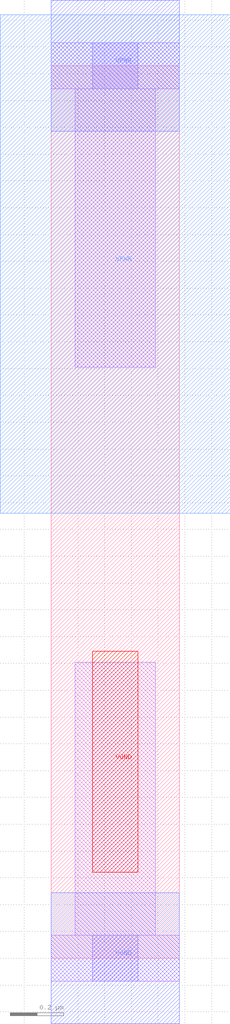
<source format=lef>
# Copyright 2020 The SkyWater PDK Authors
#
# Licensed under the Apache License, Version 2.0 (the "License");
# you may not use this file except in compliance with the License.
# You may obtain a copy of the License at
#
#     https://www.apache.org/licenses/LICENSE-2.0
#
# Unless required by applicable law or agreed to in writing, software
# distributed under the License is distributed on an "AS IS" BASIS,
# WITHOUT WARRANTIES OR CONDITIONS OF ANY KIND, either express or implied.
# See the License for the specific language governing permissions and
# limitations under the License.
#
# SPDX-License-Identifier: Apache-2.0

VERSION 5.7 ;
  NOWIREEXTENSIONATPIN ON ;
  DIVIDERCHAR "/" ;
  BUSBITCHARS "[]" ;
MACRO sky130_fd_sc_hs__tapvpwrvgnd_1
  CLASS CORE WELLTAP ;
  FOREIGN sky130_fd_sc_hs__tapvpwrvgnd_1 ;
  ORIGIN  0.000000  0.000000 ;
  SIZE  0.480000 BY  3.330000 ;
  SYMMETRY X Y ;
  SITE unit ;
  PIN VGND
    DIRECTION INOUT ;
    USE GROUND ;
    PORT
      LAYER met1 ;
        RECT 0.000000 -0.245000 0.480000 0.245000 ;
      LAYER pwell ;
        RECT 0.155000 0.320000 0.325000 1.145000 ;
    END
  END VGND
  PIN VPWR
    DIRECTION INOUT ;
    USE POWER ;
    PORT
      LAYER met1 ;
        RECT 0.000000 3.085000 0.480000 3.575000 ;
      LAYER nwell ;
        RECT -0.190000 1.660000 0.670000 3.520000 ;
    END
  END VPWR
  OBS
    LAYER li1 ;
      RECT 0.000000 -0.085000 0.480000 0.085000 ;
      RECT 0.000000  3.245000 0.480000 3.415000 ;
      RECT 0.090000  0.085000 0.390000 1.105000 ;
      RECT 0.090000  2.205000 0.390000 3.245000 ;
    LAYER mcon ;
      RECT 0.155000 -0.085000 0.325000 0.085000 ;
      RECT 0.155000  3.245000 0.325000 3.415000 ;
  END
END sky130_fd_sc_hs__tapvpwrvgnd_1
END LIBRARY

</source>
